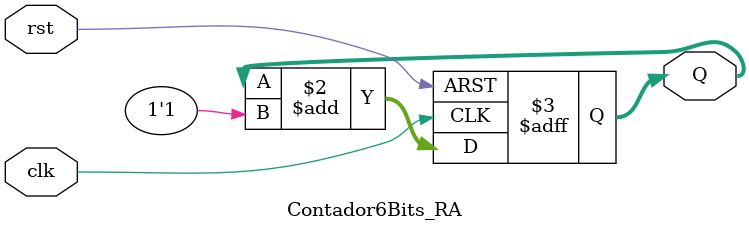
<source format=v>
/*
					**** CONTADOR 6 BITS RESET ASINCRONO ****
					
	El presente código implementa el diseño de un módulo contador de 6 bits con reset asincrono 
	el cual actua con respecto al flanco de subida de reloj.
	El módulo consta de 2 entradas clk y rst y una salida (Q) de 6 bits la cual será la encargada
	de llevar la cuenta en el contador.
	
*/

// Definición del módulo y lista de puertos
module Contador6Bits_RA(
	input clk,
	input rst,
	output reg [5:0] Q
);
	// Lista sensitiva
	always@(posedge clk or posedge rst) begin
		
		if(rst) begin
			Q <= 6'b000000; // Reset
		end
		else begin
			Q <= Q + 1'b1; // Incrementa en 1 la cuenta del contador
		end
	end // Fin de lista sensitiva
	
endmodule // Fin del contador

</source>
